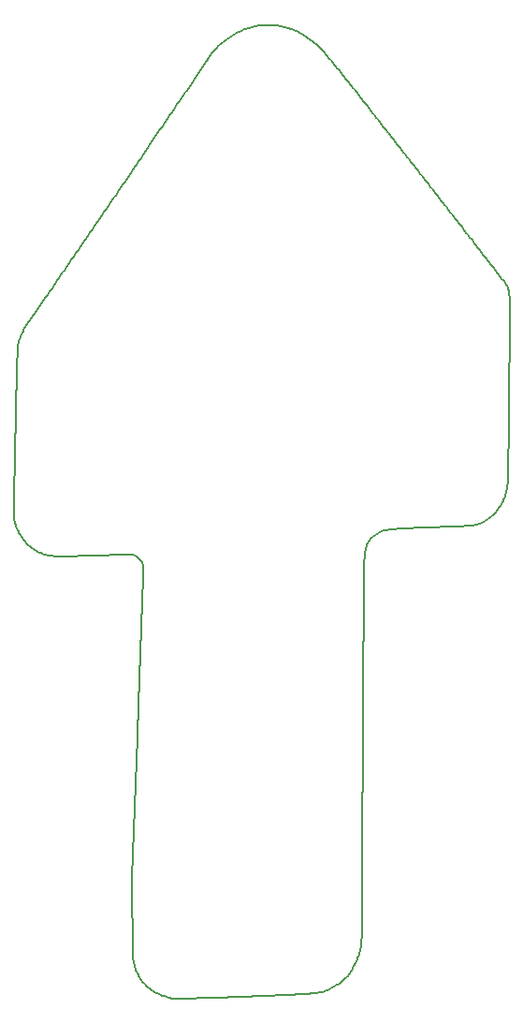
<source format=gbr>
G04 #@! TF.GenerationSoftware,KiCad,Pcbnew,5.1.4+dfsg1-1*
G04 #@! TF.CreationDate,2019-11-23T15:35:25-08:00*
G04 #@! TF.ProjectId,east-van-arrow,65617374-2d76-4616-9e2d-6172726f772e,rev?*
G04 #@! TF.SameCoordinates,Original*
G04 #@! TF.FileFunction,Profile,NP*
%FSLAX46Y46*%
G04 Gerber Fmt 4.6, Leading zero omitted, Abs format (unit mm)*
G04 Created by KiCad (PCBNEW 5.1.4+dfsg1-1) date 2019-11-23 15:35:25*
%MOMM*%
%LPD*%
G04 APERTURE LIST*
%ADD10C,0.200000*%
G04 APERTURE END LIST*
D10*
X33343233Y-109708409D02*
X33290000Y-102400000D01*
X54048996Y-107810354D02*
X54048996Y-101230354D01*
X33741244Y-89774166D02*
X33290000Y-102400000D01*
X67036241Y-48694948D02*
X67115276Y-48820968D01*
X67115276Y-48820968D02*
X67188146Y-48949470D01*
X67188146Y-48949470D02*
X67253338Y-49085378D01*
X67253338Y-49085378D02*
X67308627Y-49231173D01*
X67308627Y-49231173D02*
X67353325Y-49388553D01*
X67353325Y-49388553D02*
X67387760Y-49555840D01*
X67387760Y-49555840D02*
X67413469Y-49730445D01*
X67413469Y-49730445D02*
X67432566Y-49912695D01*
X67432566Y-49912695D02*
X67446581Y-50101759D01*
X67446581Y-50101759D02*
X67456644Y-50295600D01*
X67456644Y-50295600D02*
X67463585Y-50489470D01*
X67463585Y-50489470D02*
X67468341Y-50688611D01*
X67468341Y-50688611D02*
X67471355Y-50892296D01*
X67471355Y-50892296D02*
X67472951Y-51093708D01*
X67472951Y-51093708D02*
X67473499Y-51303175D01*
X67473499Y-51303175D02*
X67473184Y-51509230D01*
X67473184Y-51509230D02*
X67472206Y-51716804D01*
X67472206Y-51716804D02*
X67470739Y-51920420D01*
X67470739Y-51920420D02*
X67468769Y-52134883D01*
X67468769Y-52134883D02*
X67466532Y-52342790D01*
X67466532Y-52342790D02*
X67464153Y-52542013D01*
X67464153Y-52542013D02*
X67461480Y-52749730D01*
X67461480Y-52749730D02*
X67458534Y-52966164D01*
X67458534Y-52966164D02*
X67455484Y-53181089D01*
X67455484Y-53181089D02*
X67453333Y-53329013D01*
X60053482Y-70765528D02*
X59842754Y-70772754D01*
X59842754Y-70772754D02*
X59648056Y-70779566D01*
X59648056Y-70779566D02*
X59443150Y-70786903D01*
X59443150Y-70786903D02*
X59245891Y-70794151D01*
X59245891Y-70794151D02*
X59040623Y-70801928D01*
X59040623Y-70801928D02*
X58843903Y-70809644D01*
X58843903Y-70809644D02*
X58641354Y-70817912D01*
X58641354Y-70817912D02*
X58448188Y-70826161D01*
X58448188Y-70826161D02*
X58251316Y-70835008D01*
X58251316Y-70835008D02*
X58055476Y-70844343D01*
X58055476Y-70844343D02*
X57864679Y-70854062D01*
X57864679Y-70854062D02*
X57674181Y-70864523D01*
X57674181Y-70864523D02*
X57480583Y-70876117D01*
X57480583Y-70876117D02*
X57288810Y-70888812D01*
X57288810Y-70888812D02*
X57102420Y-70902627D01*
X57102420Y-70902627D02*
X56917000Y-70918254D01*
X56917000Y-70918254D02*
X56734094Y-70936117D01*
X56734094Y-70936117D02*
X56553158Y-70957041D01*
X56553158Y-70957041D02*
X56375189Y-70982040D01*
X56375189Y-70982040D02*
X56204516Y-71011920D01*
X56204516Y-71011920D02*
X56040221Y-71048685D01*
X56040221Y-71048685D02*
X55885186Y-71093894D01*
X55885186Y-71093894D02*
X55739545Y-71149341D01*
X55739545Y-71149341D02*
X55664623Y-71183803D01*
X34277944Y-75128282D02*
X34286977Y-74933851D01*
X34286977Y-74933851D02*
X34295218Y-74739048D01*
X34295218Y-74739048D02*
X34301135Y-74541689D01*
X34301135Y-74541689D02*
X34300033Y-74342502D01*
X34300033Y-74342502D02*
X34280164Y-74161390D01*
X34280164Y-74161390D02*
X34228334Y-74012809D01*
X34228334Y-74012809D02*
X34153208Y-73886060D01*
X34153208Y-73886060D02*
X34128517Y-73848519D01*
X33862046Y-86733862D02*
X33865912Y-86537432D01*
X33865912Y-86537432D02*
X33871561Y-86337945D01*
X33871561Y-86337945D02*
X33877465Y-86143497D01*
X33877465Y-86143497D02*
X33883951Y-85937278D01*
X33883951Y-85937278D02*
X33891116Y-85714751D01*
X33891116Y-85714751D02*
X33897800Y-85510565D01*
X33897800Y-85510565D02*
X33904696Y-85302390D01*
X33904696Y-85302390D02*
X33911321Y-85104249D01*
X33911321Y-85104249D02*
X33917925Y-84908289D01*
X33917925Y-84908289D02*
X33926098Y-84667405D01*
X33926098Y-84667405D02*
X33932934Y-84467169D01*
X33932934Y-84467169D02*
X33940019Y-84260682D01*
X33940019Y-84260682D02*
X33947338Y-84048348D01*
X33947338Y-84048348D02*
X33954876Y-83830575D01*
X33954876Y-83830575D02*
X33962618Y-83607768D01*
X33962618Y-83607768D02*
X33970553Y-83380335D01*
X33970553Y-83380335D02*
X33978662Y-83148681D01*
X33978662Y-83148681D02*
X33986932Y-82913213D01*
X33986932Y-82913213D02*
X33995348Y-82674336D01*
X33995348Y-82674336D02*
X34003359Y-82447652D01*
X34003359Y-82447652D02*
X34010930Y-82234001D01*
X34010930Y-82234001D02*
X34019131Y-82003176D01*
X34019131Y-82003176D02*
X34027968Y-81755143D01*
X34027968Y-81755143D02*
X34035206Y-81552506D01*
X34035206Y-81552506D02*
X34043611Y-81317775D01*
X34043611Y-81317775D02*
X34052624Y-81066656D01*
X34052624Y-81066656D02*
X34061677Y-80815178D01*
X34061677Y-80815178D02*
X34070184Y-80579454D01*
X34070184Y-80579454D02*
X34077564Y-80375452D01*
X34077564Y-80375452D02*
X34086642Y-80125081D01*
X34086642Y-80125081D02*
X34095704Y-79875878D01*
X34095704Y-79875878D02*
X34104734Y-79628244D01*
X34104734Y-79628244D02*
X34113719Y-79382590D01*
X34113719Y-79382590D02*
X34122641Y-79139319D01*
X34122641Y-79139319D02*
X34129835Y-78943702D01*
X34129835Y-78943702D02*
X34138065Y-78720553D01*
X34138065Y-78720553D02*
X34146745Y-78485934D01*
X34146745Y-78485934D02*
X34155309Y-78255224D01*
X34155309Y-78255224D02*
X34163219Y-78042853D01*
X34163219Y-78042853D02*
X34171519Y-77820872D01*
X34171519Y-77820872D02*
X34179660Y-77603994D01*
X34179660Y-77603994D02*
X34188119Y-77379595D01*
X34188119Y-77379595D02*
X34196365Y-77161924D01*
X34196365Y-77161924D02*
X34205310Y-76927155D01*
X34205310Y-76927155D02*
X34214388Y-76690500D01*
X34214388Y-76690500D02*
X34222664Y-76476334D01*
X34222664Y-76476334D02*
X34231390Y-76252495D01*
X34231390Y-76252495D02*
X34239643Y-76043124D01*
X34239643Y-76043124D02*
X34248095Y-75831423D01*
X34248095Y-75831423D02*
X34256055Y-75635439D01*
X34256055Y-75635439D02*
X34264302Y-75437205D01*
X34264302Y-75437205D02*
X34272856Y-75239469D01*
X34272856Y-75239469D02*
X34277944Y-75128282D01*
X34128517Y-73848519D02*
X34041480Y-73733234D01*
X34041480Y-73733234D02*
X33946618Y-73628057D01*
X33946618Y-73628057D02*
X33844067Y-73528655D01*
X33844067Y-73528655D02*
X33734526Y-73436821D01*
X33734526Y-73436821D02*
X33649199Y-73377347D01*
X50113284Y-27236284D02*
X50214371Y-27337590D01*
X50214371Y-27337590D02*
X50310789Y-27443559D01*
X50310789Y-27443559D02*
X50405726Y-27551111D01*
X50405726Y-27551111D02*
X50501502Y-27661484D01*
X50501502Y-27661484D02*
X50594748Y-27770183D01*
X50594748Y-27770183D02*
X50688753Y-27880686D01*
X50688753Y-27880686D02*
X50781733Y-27990708D01*
X50781733Y-27990708D02*
X50874095Y-28100586D01*
X50874095Y-28100586D02*
X50966778Y-28211343D01*
X50966778Y-28211343D02*
X51065338Y-28329595D01*
X51065338Y-28329595D02*
X51158948Y-28442309D01*
X51158948Y-28442309D02*
X51255496Y-28558927D01*
X51255496Y-28558927D02*
X51354805Y-28679227D01*
X51354805Y-28679227D02*
X51447329Y-28791602D01*
X51447329Y-28791602D02*
X51541848Y-28906670D01*
X51541848Y-28906670D02*
X51638228Y-29024269D01*
X51638228Y-29024269D02*
X51736334Y-29144231D01*
X51736334Y-29144231D02*
X51836029Y-29266391D01*
X51836029Y-29266391D02*
X51927002Y-29378076D01*
X51927002Y-29378076D02*
X52019055Y-29491287D01*
X52019055Y-29491287D02*
X52112090Y-29605902D01*
X52112090Y-29605902D02*
X52206007Y-29721800D01*
X52206007Y-29721800D02*
X52300709Y-29838861D01*
X52300709Y-29838861D02*
X52396096Y-29956964D01*
X52396096Y-29956964D02*
X52492070Y-30075987D01*
X52492070Y-30075987D02*
X52588530Y-30195808D01*
X52588530Y-30195808D02*
X52685383Y-30316311D01*
X52685383Y-30316311D02*
X52782526Y-30437371D01*
X52782526Y-30437371D02*
X52879861Y-30558869D01*
X52879861Y-30558869D02*
X52977292Y-30680684D01*
X52977292Y-30680684D02*
X53076068Y-30804388D01*
X53076068Y-30804388D02*
X53172039Y-30924779D01*
X53172039Y-30924779D02*
X53269158Y-31046816D01*
X53269158Y-31046816D02*
X53365976Y-31168688D01*
X53365976Y-31168688D02*
X53462396Y-31290271D01*
X53462396Y-31290271D02*
X53555660Y-31408086D01*
X53555660Y-31408086D02*
X53645725Y-31522061D01*
X53645725Y-31522061D02*
X53735176Y-31635463D01*
X53735176Y-31635463D02*
X53831729Y-31758108D01*
X53831729Y-31758108D02*
X53924777Y-31876543D01*
X53924777Y-31876543D02*
X54016846Y-31993980D01*
X54016846Y-31993980D02*
X54107836Y-32110297D01*
X54107836Y-32110297D02*
X54197652Y-32225374D01*
X54197652Y-32225374D02*
X54286190Y-32339087D01*
X54286190Y-32339087D02*
X54375752Y-32454412D01*
X54375752Y-32454412D02*
X54466116Y-32571089D01*
X54466116Y-32571089D02*
X54473179Y-32580221D01*
X53419378Y-110285682D02*
X53352769Y-110419418D01*
X53352769Y-110419418D02*
X53280671Y-110554397D01*
X53280671Y-110554397D02*
X53207180Y-110682590D01*
X53207180Y-110682590D02*
X53126919Y-110812913D01*
X53126919Y-110812913D02*
X53047083Y-110933563D01*
X53047083Y-110933563D02*
X52962510Y-111052617D01*
X52962510Y-111052617D02*
X52871179Y-111172140D01*
X52871179Y-111172140D02*
X52778530Y-111284801D01*
X52778530Y-111284801D02*
X52677632Y-111398705D01*
X52677632Y-111398705D02*
X52578922Y-111502208D01*
X52578922Y-111502208D02*
X52477119Y-111601581D01*
X52477119Y-111601581D02*
X52369297Y-111699508D01*
X52369297Y-111699508D02*
X52260590Y-111791386D01*
X52260590Y-111791386D02*
X52148676Y-111879504D01*
X52148676Y-111879504D02*
X52032367Y-111964819D01*
X52032367Y-111964819D02*
X51912734Y-112046560D01*
X51912734Y-112046560D02*
X51790067Y-112124668D01*
X51790067Y-112124668D02*
X51663415Y-112199839D01*
X51663415Y-112199839D02*
X51532704Y-112272150D01*
X51532704Y-112272150D02*
X51400592Y-112340314D01*
X51400592Y-112340314D02*
X51380019Y-112350517D01*
X33649199Y-73377347D02*
X33521600Y-73304590D01*
X33521600Y-73304590D02*
X33370794Y-73254065D01*
X33370794Y-73254065D02*
X33191297Y-73231746D01*
X33191297Y-73231746D02*
X32997887Y-73224950D01*
X32997887Y-73224950D02*
X32794765Y-73225014D01*
X32794765Y-73225014D02*
X32597804Y-73228158D01*
X32597804Y-73228158D02*
X32401545Y-73232768D01*
X32401545Y-73232768D02*
X32202847Y-73238214D01*
X32202847Y-73238214D02*
X31996278Y-73244302D01*
X31996278Y-73244302D02*
X31794680Y-73250438D01*
X31794680Y-73250438D02*
X31739017Y-73252148D01*
X36847119Y-113317249D02*
X36686255Y-113277449D01*
X36686255Y-113277449D02*
X36529919Y-113233635D01*
X36529919Y-113233635D02*
X36375229Y-113188021D01*
X36375229Y-113188021D02*
X36217796Y-113139685D01*
X36217796Y-113139685D02*
X36154391Y-113119653D01*
X51380019Y-112350517D02*
X51241423Y-112419560D01*
X51241423Y-112419560D02*
X51107583Y-112486620D01*
X51107583Y-112486620D02*
X50971916Y-112552757D01*
X50971916Y-112552757D02*
X50833165Y-112615306D01*
X50833165Y-112615306D02*
X50688947Y-112671794D01*
X50688947Y-112671794D02*
X50535348Y-112721145D01*
X50535348Y-112721145D02*
X50374484Y-112762140D01*
X50374484Y-112762140D02*
X50206437Y-112795938D01*
X50206437Y-112795938D02*
X50033051Y-112823845D01*
X50033051Y-112823845D02*
X49856305Y-112847158D01*
X49856305Y-112847158D02*
X49669382Y-112867820D01*
X49669382Y-112867820D02*
X49483098Y-112885475D01*
X49483098Y-112885475D02*
X49295645Y-112901077D01*
X49295645Y-112901077D02*
X49108707Y-112915018D01*
X49108707Y-112915018D02*
X48916749Y-112928044D01*
X48916749Y-112928044D02*
X48724468Y-112940085D01*
X48724468Y-112940085D02*
X48533033Y-112951285D01*
X48533033Y-112951285D02*
X48338642Y-112962016D01*
X48338642Y-112962016D02*
X48137429Y-112972579D01*
X48137429Y-112972579D02*
X47935113Y-112982752D01*
X47935113Y-112982752D02*
X47732985Y-112992550D01*
X47732985Y-112992550D02*
X47526472Y-113002255D01*
X47526472Y-113002255D02*
X47328369Y-113011328D01*
X47328369Y-113011328D02*
X47134408Y-113020027D01*
X47134408Y-113020027D02*
X46925972Y-113029206D01*
X46925972Y-113029206D02*
X46708982Y-113038611D01*
X46708982Y-113038611D02*
X46504762Y-113047348D01*
X46504762Y-113047348D02*
X46308024Y-113055681D01*
X46308024Y-113055681D02*
X46104766Y-113064216D01*
X46104766Y-113064216D02*
X45902774Y-113072642D01*
X45902774Y-113072642D02*
X45694514Y-113081279D01*
X45694514Y-113081279D02*
X45471510Y-113090487D01*
X45471510Y-113090487D02*
X45267384Y-113098888D01*
X45267384Y-113098888D02*
X45057626Y-113107500D01*
X45057626Y-113107500D02*
X44805757Y-113117825D01*
X44805757Y-113117825D02*
X44508099Y-113130015D01*
X44508099Y-113130015D02*
X44238903Y-113141042D01*
X44238903Y-113141042D02*
X44041734Y-113149125D01*
X44041734Y-113149125D02*
X43840139Y-113157396D01*
X43840139Y-113157396D02*
X43613484Y-113166709D01*
X43613484Y-113166709D02*
X43466513Y-113172760D01*
X33577503Y-38107311D02*
X33671626Y-37967764D01*
X33671626Y-37967764D02*
X33765031Y-37829328D01*
X33765031Y-37829328D02*
X33866164Y-37679486D01*
X33866164Y-37679486D02*
X33958225Y-37543126D01*
X33958225Y-37543126D02*
X34066318Y-37383082D01*
X34066318Y-37383082D02*
X34157231Y-37248518D01*
X34157231Y-37248518D02*
X34255908Y-37102516D01*
X34255908Y-37102516D02*
X34337786Y-36981411D01*
X34337786Y-36981411D02*
X34427535Y-36848709D01*
X34427535Y-36848709D02*
X34516996Y-36716480D01*
X34516996Y-36716480D02*
X34598123Y-36596608D01*
X34598123Y-36596608D02*
X34687192Y-36465053D01*
X34687192Y-36465053D02*
X34784208Y-36321808D01*
X34784208Y-36321808D02*
X34881139Y-36178750D01*
X34881139Y-36178750D02*
X34969973Y-36047689D01*
X34969973Y-36047689D02*
X35066930Y-35904704D01*
X35066930Y-35904704D02*
X35151860Y-35779508D01*
X35151860Y-35779508D02*
X35245029Y-35642210D01*
X35245029Y-35642210D02*
X35326223Y-35522606D01*
X35326223Y-35522606D02*
X35407625Y-35402739D01*
X35407625Y-35402739D02*
X35489272Y-35282551D01*
X35489272Y-35282551D02*
X35575308Y-35155943D01*
X35575308Y-35155943D02*
X35669956Y-35016721D01*
X35669956Y-35016721D02*
X35752655Y-34895114D01*
X35752655Y-34895114D02*
X35835766Y-34772939D01*
X35835766Y-34772939D02*
X35927712Y-34637830D01*
X35927712Y-34637830D02*
X36028704Y-34489479D01*
X36028704Y-34489479D02*
X36121968Y-34352528D01*
X36121968Y-34352528D02*
X36207370Y-34227171D01*
X36207370Y-34227171D02*
X36293394Y-34100930D01*
X36293394Y-34100930D02*
X36380087Y-33973750D01*
X36380087Y-33973750D02*
X36476265Y-33832703D01*
X36476265Y-33832703D02*
X36582225Y-33677358D01*
X36582225Y-33677358D02*
X36680366Y-33533522D01*
X36680366Y-33533522D02*
X36788591Y-33374963D01*
X36788591Y-33374963D02*
X36870589Y-33254858D01*
X36870589Y-33254858D02*
X36981097Y-33093038D01*
X36981097Y-33093038D02*
X37064899Y-32970359D01*
X37064899Y-32970359D02*
X37168423Y-32818843D01*
X37168423Y-32818843D02*
X37254079Y-32693509D01*
X37254079Y-32693509D02*
X37359958Y-32538624D01*
X37359958Y-32538624D02*
X37477030Y-32367404D01*
X37477030Y-32367404D02*
X37560987Y-32244642D01*
X37560987Y-32244642D02*
X37650830Y-32113297D01*
X37650830Y-32113297D02*
X37746762Y-31973081D01*
X37746762Y-31973081D02*
X37838710Y-31838711D01*
X37838710Y-31838711D02*
X37931740Y-31702780D01*
X37931740Y-31702780D02*
X38015352Y-31580633D01*
X38015352Y-31580633D02*
X38025869Y-31565273D01*
X36154391Y-113119653D02*
X35998805Y-113067047D01*
X35998805Y-113067047D02*
X35847193Y-113009728D01*
X35847193Y-113009728D02*
X35704837Y-112950047D01*
X35704837Y-112950047D02*
X35567761Y-112886792D01*
X35567761Y-112886792D02*
X35433867Y-112819084D01*
X35433867Y-112819084D02*
X35304193Y-112747464D01*
X35304193Y-112747464D02*
X35176844Y-112670830D01*
X35176844Y-112670830D02*
X35054705Y-112590939D01*
X35054705Y-112590939D02*
X34937671Y-112507952D01*
X34937671Y-112507952D02*
X34824360Y-112421021D01*
X34824360Y-112421021D02*
X34713973Y-112329462D01*
X34713973Y-112329462D02*
X34608208Y-112234698D01*
X34608208Y-112234698D02*
X34505474Y-112135305D01*
X34505474Y-112135305D02*
X34403670Y-112028823D01*
X34403670Y-112028823D02*
X34309544Y-111922403D01*
X34309544Y-111922403D02*
X34215567Y-111807486D01*
X34215567Y-111807486D02*
X34127433Y-111690735D01*
X34127433Y-111690735D02*
X34042787Y-111569189D01*
X34042787Y-111569189D02*
X33963788Y-111446106D01*
X33963788Y-111446106D02*
X33888850Y-111319288D01*
X33888850Y-111319288D02*
X33817999Y-111188773D01*
X33817999Y-111188773D02*
X33751259Y-111054590D01*
X33751259Y-111054590D02*
X33688659Y-110916770D01*
X33688659Y-110916770D02*
X33630003Y-110774795D01*
X33630003Y-110774795D02*
X33574386Y-110625880D01*
X33574386Y-110625880D02*
X33523027Y-110472656D01*
X33523027Y-110472656D02*
X33475022Y-110311616D01*
X33475022Y-110311616D02*
X33433249Y-110152662D01*
X33433249Y-110152662D02*
X33395540Y-109988294D01*
X33395540Y-109988294D02*
X33361057Y-109812800D01*
X33361057Y-109812800D02*
X33343233Y-109708409D01*
X24026542Y-52020526D02*
X24111008Y-51904959D01*
X24111008Y-51904959D02*
X24197499Y-51782734D01*
X24197499Y-51782734D02*
X24280601Y-51664370D01*
X24280601Y-51664370D02*
X24366471Y-51541553D01*
X24366471Y-51541553D02*
X24449642Y-51422281D01*
X24449642Y-51422281D02*
X24537808Y-51295596D01*
X24537808Y-51295596D02*
X24623661Y-51172051D01*
X24623661Y-51172051D02*
X24715216Y-51040138D01*
X24715216Y-51040138D02*
X24798088Y-50920618D01*
X24798088Y-50920618D02*
X24884894Y-50795325D01*
X24884894Y-50795325D02*
X24971667Y-50669987D01*
X24971667Y-50669987D02*
X25053862Y-50551195D01*
X25053862Y-50551195D02*
X25151169Y-50410477D01*
X25151169Y-50410477D02*
X25234922Y-50289299D01*
X25234922Y-50289299D02*
X25321025Y-50164673D01*
X25321025Y-50164673D02*
X25418353Y-50023731D01*
X25418353Y-50023731D02*
X25518372Y-49878835D01*
X25518372Y-49878835D02*
X25606821Y-49750655D01*
X25606821Y-49750655D02*
X25706740Y-49605803D01*
X25706740Y-49605803D02*
X25803945Y-49464841D01*
X25803945Y-49464841D02*
X25913081Y-49306529D01*
X25913081Y-49306529D02*
X26024470Y-49144894D01*
X26024470Y-49144894D02*
X26117189Y-49010316D01*
X26117189Y-49010316D02*
X26211312Y-48873668D01*
X26211312Y-48873668D02*
X26317448Y-48719544D01*
X26317448Y-48719544D02*
X26414317Y-48578846D01*
X26414317Y-48578846D02*
X26501464Y-48452242D01*
X26501464Y-48452242D02*
X26584024Y-48332280D01*
X26584024Y-48332280D02*
X26667369Y-48211161D01*
X26667369Y-48211161D02*
X26757114Y-48080714D01*
X26757114Y-48080714D02*
X26847695Y-47949031D01*
X26847695Y-47949031D02*
X26939078Y-47816162D01*
X26939078Y-47816162D02*
X27031226Y-47682156D01*
X27031226Y-47682156D02*
X27124106Y-47547068D01*
X27124106Y-47547068D02*
X27211814Y-47419481D01*
X27211814Y-47419481D02*
X27323738Y-47256646D01*
X27323738Y-47256646D02*
X27406780Y-47135807D01*
X27406780Y-47135807D02*
X27514200Y-46979476D01*
X27514200Y-46979476D02*
X27598239Y-46857149D01*
X27598239Y-46857149D02*
X27694769Y-46716628D01*
X27694769Y-46716628D02*
X27791782Y-46575380D01*
X27791782Y-46575380D02*
X27901456Y-46415677D01*
X27901456Y-46415677D02*
X27999386Y-46273055D01*
X27999386Y-46273055D02*
X28097692Y-46129867D01*
X28097692Y-46129867D02*
X28196336Y-45986161D01*
X28196336Y-45986161D02*
X28295287Y-45841991D01*
X28295287Y-45841991D02*
X28394508Y-45697407D01*
X28394508Y-45697407D02*
X28481523Y-45570595D01*
X28481523Y-45570595D02*
X28593621Y-45407205D01*
X28593621Y-45407205D02*
X28687202Y-45270786D01*
X28687202Y-45270786D02*
X28793396Y-45115962D01*
X28793396Y-45115962D02*
X28880935Y-44988318D01*
X28880935Y-44988318D02*
X28981036Y-44842339D01*
X28981036Y-44842339D02*
X29088988Y-44684884D01*
X29088988Y-44684884D02*
X29181292Y-44550242D01*
X29181292Y-44550242D02*
X29281378Y-44404228D01*
X29281378Y-44404228D02*
X29393881Y-44240074D01*
X29393881Y-44240074D02*
X29481283Y-44112526D01*
X29481283Y-44112526D02*
X29581035Y-43966938D01*
X29581035Y-43966938D02*
X29693040Y-43803448D01*
X29693040Y-43803448D02*
X29792364Y-43658441D01*
X29792364Y-43658441D02*
X29891433Y-43513786D01*
X29891433Y-43513786D02*
X29977879Y-43387547D01*
X29977879Y-43387547D02*
X30076374Y-43243693D01*
X30076374Y-43243693D02*
X30174511Y-43100339D01*
X30174511Y-43100339D02*
X30284451Y-42939723D01*
X30284451Y-42939723D02*
X30369578Y-42815336D01*
X30369578Y-42815336D02*
X30478514Y-42656138D01*
X30478514Y-42656138D02*
X30562799Y-42532944D01*
X30562799Y-42532944D02*
X30670572Y-42375395D01*
X30670572Y-42375395D02*
X30753890Y-42253574D01*
X30753890Y-42253574D02*
X30860345Y-42097904D01*
X30860345Y-42097904D02*
X30942574Y-41977636D01*
X30942574Y-41977636D02*
X31035925Y-41841080D01*
X31035925Y-41841080D02*
X31140104Y-41688659D01*
X31140104Y-41688659D02*
X31224756Y-41564779D01*
X31224756Y-41564779D02*
X31322935Y-41421086D01*
X31322935Y-41421086D02*
X31424351Y-41272617D01*
X31424351Y-41272617D02*
X31508042Y-41150072D01*
X31508042Y-41150072D02*
X31601951Y-41012541D01*
X31601951Y-41012541D02*
X31689379Y-40884471D01*
X31689379Y-40884471D02*
X31775845Y-40757785D01*
X31775845Y-40757785D02*
X31893109Y-40585928D01*
X31893109Y-40585928D02*
X31987573Y-40447447D01*
X31987573Y-40447447D02*
X32070396Y-40325996D01*
X32070396Y-40325996D02*
X32152100Y-40206158D01*
X32152100Y-40206158D02*
X32252604Y-40058704D01*
X32252604Y-40058704D02*
X32351234Y-39913948D01*
X32351234Y-39913948D02*
X32447923Y-39771989D01*
X32447923Y-39771989D02*
X32542603Y-39632929D01*
X32542603Y-39632929D02*
X32635204Y-39496861D01*
X32635204Y-39496861D02*
X32725658Y-39363893D01*
X32725658Y-39363893D02*
X32813897Y-39234121D01*
X32813897Y-39234121D02*
X32895608Y-39113893D01*
X32895608Y-39113893D02*
X32979331Y-38990641D01*
X32979331Y-38990641D02*
X33064640Y-38864981D01*
X33064640Y-38864981D02*
X33158768Y-38726236D01*
X33158768Y-38726236D02*
X33245496Y-38598295D01*
X33245496Y-38598295D02*
X33335795Y-38464969D01*
X33335795Y-38464969D02*
X33421814Y-38337832D01*
X33421814Y-38337832D02*
X33509763Y-38207680D01*
X33509763Y-38207680D02*
X33577503Y-38107311D01*
X31739017Y-73252148D02*
X31539186Y-73258274D01*
X31539186Y-73258274D02*
X31316584Y-73265072D01*
X31316584Y-73265072D02*
X31113403Y-73271247D01*
X31113403Y-73271247D02*
X30902440Y-73277624D01*
X30902440Y-73277624D02*
X30697347Y-73283783D01*
X30697347Y-73283783D02*
X30498031Y-73289726D01*
X30498031Y-73289726D02*
X30280587Y-73296153D01*
X30280587Y-73296153D02*
X30058707Y-73302643D01*
X30058707Y-73302643D02*
X29844553Y-73308824D01*
X29844553Y-73308824D02*
X29643285Y-73314553D01*
X29643285Y-73314553D02*
X29438722Y-73320280D01*
X29438722Y-73320280D02*
X29236834Y-73325824D01*
X29236834Y-73325824D02*
X29038027Y-73331157D01*
X29038027Y-73331157D02*
X28838150Y-73336375D01*
X28838150Y-73336375D02*
X28638198Y-73341422D01*
X28638198Y-73341422D02*
X28439140Y-73346243D01*
X28439140Y-73346243D02*
X28230206Y-73351046D01*
X28230206Y-73351046D02*
X28032749Y-73355287D01*
X28032749Y-73355287D02*
X27832482Y-73359231D01*
X27832482Y-73359231D02*
X27631595Y-73362741D01*
X27631595Y-73362741D02*
X27432240Y-73365670D01*
X27432240Y-73365670D02*
X27225466Y-73367964D01*
X27225466Y-73367964D02*
X27026171Y-73369239D01*
X27026171Y-73369239D02*
X26825946Y-73369275D01*
X26825946Y-73369275D02*
X26625631Y-73367594D01*
X26625631Y-73367594D02*
X26428482Y-73363526D01*
X26428482Y-73363526D02*
X26234728Y-73356017D01*
X26234728Y-73356017D02*
X26045727Y-73343400D01*
X26045727Y-73343400D02*
X25862564Y-73323026D01*
X25862564Y-73323026D02*
X25691504Y-73292690D01*
X25691504Y-73292690D02*
X25609543Y-73273369D01*
X23049294Y-71257968D02*
X22981955Y-71120747D01*
X22981955Y-71120747D02*
X22916962Y-70981376D01*
X22916962Y-70981376D02*
X22855585Y-70840584D01*
X22855585Y-70840584D02*
X22797532Y-70695125D01*
X22797532Y-70695125D02*
X22744848Y-70547225D01*
X22744848Y-70547225D02*
X22697219Y-70392792D01*
X22697219Y-70392792D02*
X22656238Y-70233665D01*
X22656238Y-70233665D02*
X22621799Y-70066764D01*
X22621799Y-70066764D02*
X22593653Y-69887020D01*
X22593653Y-69887020D02*
X22573438Y-69706111D01*
X22573438Y-69706111D02*
X22559616Y-69519137D01*
X22559616Y-69519137D02*
X22551363Y-69325303D01*
X22551363Y-69325303D02*
X22547880Y-69124660D01*
X22547880Y-69124660D02*
X22548340Y-68923160D01*
X22548340Y-68923160D02*
X22551711Y-68725012D01*
X22551711Y-68725012D02*
X22557176Y-68529466D01*
X22557176Y-68529466D02*
X22561010Y-68418716D01*
X22561010Y-68418716D02*
X22568124Y-68220965D01*
X22568124Y-68220965D02*
X22574944Y-68023905D01*
X22574944Y-68023905D02*
X22581548Y-67824846D01*
X22581548Y-67824846D02*
X22588005Y-67621434D01*
X22588005Y-67621434D02*
X22593968Y-67425400D01*
X22593968Y-67425400D02*
X22600022Y-67218124D01*
X22600022Y-67218124D02*
X22605506Y-67023373D01*
X22605506Y-67023373D02*
X22610842Y-66827704D01*
X22610842Y-66827704D02*
X22616189Y-66625956D01*
X22616189Y-66625956D02*
X22621559Y-66417998D01*
X22621559Y-66417998D02*
X22626798Y-66210349D01*
X22626798Y-66210349D02*
X22632063Y-65997424D01*
X22632063Y-65997424D02*
X22636834Y-65801157D01*
X22636834Y-65801157D02*
X22641769Y-65595050D01*
X22641769Y-65595050D02*
X22646885Y-65378582D01*
X22646885Y-65378582D02*
X22652192Y-65151233D01*
X22652192Y-65151233D02*
X22656903Y-64947305D01*
X22656903Y-64947305D02*
X22662183Y-64716578D01*
X22662183Y-64716578D02*
X22667232Y-64494143D01*
X22667232Y-64494143D02*
X22672015Y-64281969D01*
X22672015Y-64281969D02*
X22676493Y-64082053D01*
X22676493Y-64082053D02*
X22680870Y-63885716D01*
X22680870Y-63885716D02*
X22685609Y-63672132D01*
X22685609Y-63672132D02*
X22690735Y-63440025D01*
X22690735Y-63440025D02*
X22695255Y-63234544D01*
X22695255Y-63234544D02*
X22699897Y-63022780D01*
X22699897Y-63022780D02*
X22705738Y-62755417D01*
X22705738Y-62755417D02*
X22710106Y-62554846D01*
X22710106Y-62554846D02*
X22714578Y-62349031D01*
X22714578Y-62349031D02*
X22719157Y-62137876D01*
X22719157Y-62137876D02*
X22723843Y-61921282D01*
X22723843Y-61921282D02*
X22728639Y-61699154D01*
X22728639Y-61699154D02*
X22733549Y-61471392D01*
X22733549Y-61471392D02*
X22738575Y-61237901D01*
X22738575Y-61237901D02*
X22743718Y-60998583D01*
X22743718Y-60998583D02*
X22748982Y-60753341D01*
X22748982Y-60753341D02*
X22754368Y-60502078D01*
X22754368Y-60502078D02*
X22759879Y-60244696D01*
X22759879Y-60244696D02*
X22761279Y-60179319D01*
X25609543Y-73273369D02*
X25450372Y-73230065D01*
X25450372Y-73230065D02*
X25296496Y-73182565D01*
X25296496Y-73182565D02*
X25147426Y-73130832D01*
X25147426Y-73130832D02*
X25002703Y-73074781D01*
X25002703Y-73074781D02*
X24862676Y-73014623D01*
X24862676Y-73014623D02*
X24725815Y-72949698D01*
X24725815Y-72949698D02*
X24592183Y-72879938D01*
X24592183Y-72879938D02*
X24463236Y-72806100D01*
X24463236Y-72806100D02*
X24339922Y-72728924D01*
X24339922Y-72728924D02*
X24217855Y-72645574D01*
X24217855Y-72645574D02*
X24102642Y-72559913D01*
X24102642Y-72559913D02*
X23991869Y-72470473D01*
X23991869Y-72470473D02*
X23885181Y-72377061D01*
X23885181Y-72377061D02*
X23780009Y-72277202D01*
X23780009Y-72277202D02*
X23680140Y-72174396D01*
X23680140Y-72174396D02*
X23582030Y-72064884D01*
X23582030Y-72064884D02*
X23489941Y-71953429D01*
X23489941Y-71953429D02*
X23401701Y-71837696D01*
X23401701Y-71837696D02*
X23317085Y-71717352D01*
X23317085Y-71717352D02*
X23236786Y-71593418D01*
X23236786Y-71593418D02*
X23157211Y-71459788D01*
X23157211Y-71459788D02*
X23084160Y-71326062D01*
X23084160Y-71326062D02*
X23049294Y-71257968D01*
X64479241Y-70489644D02*
X64321635Y-70532538D01*
X64321635Y-70532538D02*
X64153948Y-70566444D01*
X64153948Y-70566444D02*
X63974209Y-70591177D01*
X63974209Y-70591177D02*
X63790368Y-70609246D01*
X63790368Y-70609246D02*
X63600093Y-70623717D01*
X63600093Y-70623717D02*
X63410624Y-70635628D01*
X63410624Y-70635628D02*
X63215261Y-70646288D01*
X63215261Y-70646288D02*
X63020744Y-70655824D01*
X63020744Y-70655824D02*
X62829147Y-70664488D01*
X62829147Y-70664488D02*
X62629520Y-70672968D01*
X62629520Y-70672968D02*
X62429839Y-70681039D01*
X62429839Y-70681039D02*
X62226936Y-70688929D01*
X62226936Y-70688929D02*
X62022907Y-70696621D01*
X62022907Y-70696621D02*
X61819919Y-70704091D01*
X61819919Y-70704091D02*
X61612259Y-70711585D01*
X61612259Y-70711585D02*
X61417499Y-70718511D01*
X61417499Y-70718511D02*
X61221585Y-70725396D01*
X61221585Y-70725396D02*
X61025479Y-70732225D01*
X61025479Y-70732225D02*
X60811111Y-70739634D01*
X60811111Y-70739634D02*
X60616724Y-70746312D01*
X60616724Y-70746312D02*
X60414748Y-70753222D01*
X60414748Y-70753222D02*
X60183646Y-70761099D01*
X60183646Y-70761099D02*
X60053482Y-70765528D01*
X56415583Y-35058303D02*
X56518242Y-35188899D01*
X56518242Y-35188899D02*
X56615681Y-35312879D01*
X56615681Y-35312879D02*
X56713882Y-35437858D01*
X56713882Y-35437858D02*
X56831452Y-35587522D01*
X56831452Y-35587522D02*
X56931244Y-35714582D01*
X56931244Y-35714582D02*
X57038035Y-35850582D01*
X57038035Y-35850582D02*
X57145567Y-35987554D01*
X57145567Y-35987554D02*
X57234661Y-36101061D01*
X57234661Y-36101061D02*
X57324236Y-36215199D01*
X57324236Y-36215199D02*
X57427161Y-36346369D01*
X57427161Y-36346369D02*
X57543628Y-36494829D01*
X57543628Y-36494829D02*
X57634703Y-36610938D01*
X57634703Y-36610938D02*
X57752374Y-36760983D01*
X57752374Y-36760983D02*
X57844342Y-36878271D01*
X57844342Y-36878271D02*
X57949887Y-37012898D01*
X57949887Y-37012898D02*
X58055885Y-37148123D01*
X58055885Y-37148123D02*
X58162312Y-37283916D01*
X58162312Y-37283916D02*
X58282520Y-37437321D01*
X58282520Y-37437321D02*
X58376354Y-37557084D01*
X58376354Y-37557084D02*
X58497390Y-37711592D01*
X58497390Y-37711592D02*
X58605332Y-37849405D01*
X58605332Y-37849405D02*
X58713579Y-37987629D01*
X58713579Y-37987629D02*
X58808531Y-38108890D01*
X58808531Y-38108890D02*
X58930897Y-38265187D01*
X58930897Y-38265187D02*
X59039919Y-38404458D01*
X59039919Y-38404458D02*
X59149150Y-38544019D01*
X59149150Y-38544019D02*
X59258568Y-38683837D01*
X59258568Y-38683837D02*
X59368148Y-38823881D01*
X59368148Y-38823881D02*
X59477867Y-38964120D01*
X59477867Y-38964120D02*
X59567101Y-39078189D01*
X59567101Y-39078189D02*
X59656396Y-39192349D01*
X59656396Y-39192349D02*
X59766364Y-39332957D01*
X59766364Y-39332957D02*
X59876384Y-39473647D01*
X59876384Y-39473647D02*
X59986430Y-39614392D01*
X59986430Y-39614392D02*
X60082725Y-39737564D01*
X60082725Y-39737564D02*
X60192760Y-39878327D01*
X60192760Y-39878327D02*
X60302754Y-40019055D01*
X60302754Y-40019055D02*
X60398945Y-40142137D01*
X60398945Y-40142137D02*
X60488208Y-40256367D01*
X60488208Y-40256367D02*
X60591116Y-40388075D01*
X60591116Y-40388075D02*
X60693912Y-40519653D01*
X60693912Y-40519653D02*
X60796577Y-40651079D01*
X60796577Y-40651079D02*
X60905917Y-40791067D01*
X60905917Y-40791067D02*
X61015061Y-40930821D01*
X61015061Y-40930821D02*
X61110380Y-41052887D01*
X61110380Y-41052887D02*
X61232662Y-41209503D01*
X61232662Y-41209503D02*
X61341073Y-41348369D01*
X61341073Y-41348369D02*
X61435691Y-41469582D01*
X61435691Y-41469582D02*
X61543533Y-41607754D01*
X61543533Y-41607754D02*
X61664454Y-41762702D01*
X61664454Y-41762702D02*
X61771551Y-41899955D01*
X61771551Y-41899955D02*
X61878259Y-42036728D01*
X61878259Y-42036728D02*
X61984557Y-42172989D01*
X61984557Y-42172989D02*
X62077207Y-42291769D01*
X62077207Y-42291769D02*
X62195820Y-42443857D01*
X62195820Y-42443857D02*
X62287646Y-42561613D01*
X62287646Y-42561613D02*
X62392123Y-42695605D01*
X62392123Y-42695605D02*
X62509026Y-42845559D01*
X62509026Y-42845559D02*
X62599461Y-42961575D01*
X62599461Y-42961575D02*
X62715093Y-43109936D01*
X62715093Y-43109936D02*
X62804495Y-43224657D01*
X62804495Y-43224657D02*
X62906087Y-43355037D01*
X62906087Y-43355037D02*
X63019607Y-43500748D01*
X63019607Y-43500748D02*
X63119794Y-43629362D01*
X63119794Y-43629362D02*
X63219282Y-43757098D01*
X63219282Y-43757098D02*
X63330333Y-43899702D01*
X63330333Y-43899702D02*
X63428255Y-44025464D01*
X63428255Y-44025464D02*
X63525402Y-44150252D01*
X63525402Y-44150252D02*
X63639725Y-44297124D01*
X63639725Y-44297124D02*
X63752894Y-44442540D01*
X63752894Y-44442540D02*
X63858980Y-44578880D01*
X63858980Y-44578880D02*
X63952351Y-44698897D01*
X63952351Y-44698897D02*
X64044813Y-44817769D01*
X64044813Y-44817769D02*
X64136348Y-44935466D01*
X64136348Y-44935466D02*
X64249422Y-45080887D01*
X64249422Y-45080887D02*
X64338779Y-45195827D01*
X64338779Y-45195827D02*
X64427126Y-45309492D01*
X64427126Y-45309492D02*
X64536108Y-45449734D01*
X64536108Y-45449734D02*
X64643434Y-45587874D01*
X64643434Y-45587874D02*
X64749054Y-45723855D01*
X64749054Y-45723855D02*
X64852923Y-45857614D01*
X64852923Y-45857614D02*
X64944878Y-45976061D01*
X64944878Y-45976061D02*
X65035324Y-46092594D01*
X65035324Y-46092594D02*
X65134039Y-46219817D01*
X65134039Y-46219817D02*
X65245174Y-46363090D01*
X65245174Y-46363090D02*
X65339685Y-46484974D01*
X65339685Y-46484974D02*
X65436740Y-46610181D01*
X65436740Y-46610181D02*
X65527040Y-46726718D01*
X65527040Y-46726718D02*
X65615216Y-46840554D01*
X65615216Y-46840554D02*
X65705458Y-46957104D01*
X65705458Y-46957104D02*
X65801490Y-47081190D01*
X65801490Y-47081190D02*
X65898487Y-47206587D01*
X65898487Y-47206587D02*
X65992125Y-47327714D01*
X65992125Y-47327714D02*
X66082326Y-47444468D01*
X66082326Y-47444468D02*
X66183109Y-47575016D01*
X66183109Y-47575016D02*
X66278976Y-47699307D01*
X66278976Y-47699307D02*
X66369799Y-47817175D01*
X66369799Y-47817175D02*
X66467253Y-47943808D01*
X66467253Y-47943808D02*
X66557760Y-48061591D01*
X66557760Y-48061591D02*
X66648565Y-48179989D01*
X66648565Y-48179989D02*
X66741567Y-48301571D01*
X66741567Y-48301571D02*
X66830162Y-48417841D01*
X66830162Y-48417841D02*
X66918552Y-48534607D01*
X66918552Y-48534607D02*
X67004889Y-48650555D01*
X67004889Y-48650555D02*
X67036241Y-48694948D01*
X33741244Y-89774166D02*
X33749858Y-89570821D01*
X33749858Y-89570821D02*
X33759069Y-89352361D01*
X33759069Y-89352361D02*
X33768056Y-89138056D01*
X33768056Y-89138056D02*
X33776797Y-88928559D01*
X33776797Y-88928559D02*
X33786644Y-88691103D01*
X33786644Y-88691103D02*
X33794755Y-88494284D01*
X33794755Y-88494284D02*
X33803799Y-88273418D01*
X33803799Y-88273418D02*
X33812349Y-88062980D01*
X33812349Y-88062980D02*
X33820367Y-87864011D01*
X33820367Y-87864011D02*
X33828064Y-87671151D01*
X33828064Y-87671151D02*
X33835671Y-87478218D01*
X33835671Y-87478218D02*
X33843233Y-87283254D01*
X33843233Y-87283254D02*
X33850996Y-87077761D01*
X33850996Y-87077761D02*
X33857959Y-86882967D01*
X33857959Y-86882967D02*
X33862046Y-86733862D01*
X55664623Y-71183803D02*
X55531547Y-71253420D01*
X55531547Y-71253420D02*
X55405950Y-71328545D01*
X55405950Y-71328545D02*
X55284982Y-71410976D01*
X55284982Y-71410976D02*
X55171963Y-71498501D01*
X55171963Y-71498501D02*
X55053473Y-71603306D01*
X55053473Y-71603306D02*
X54942801Y-71715931D01*
X54942801Y-71715931D02*
X54849988Y-71823984D01*
X54849988Y-71823984D02*
X54760130Y-71943469D01*
X54760130Y-71943469D02*
X54678856Y-72067602D01*
X54678856Y-72067602D02*
X54606130Y-72195573D01*
X54606130Y-72195573D02*
X54539335Y-72331951D01*
X54539335Y-72331951D02*
X54480006Y-72474021D01*
X54480006Y-72474021D02*
X54427087Y-72624802D01*
X54427087Y-72624802D02*
X54382128Y-72780144D01*
X54382128Y-72780144D02*
X54344026Y-72944100D01*
X54344026Y-72944100D02*
X54334032Y-72994770D01*
X54334032Y-72994770D02*
X54317988Y-73178931D01*
X54317988Y-73178931D02*
X54308867Y-73374391D01*
X54308867Y-73374391D02*
X54301793Y-73572993D01*
X54301793Y-73572993D02*
X54295932Y-73769723D01*
X54295932Y-73769723D02*
X54290699Y-73970898D01*
X54290699Y-73970898D02*
X54286125Y-74167037D01*
X54286125Y-74167037D02*
X54281779Y-74371770D01*
X54281779Y-74371770D02*
X54277866Y-74571742D01*
X54277866Y-74571742D02*
X54274228Y-74771405D01*
X54274228Y-74771405D02*
X54270766Y-74974366D01*
X54270766Y-74974366D02*
X54267440Y-75181416D01*
X54267440Y-75181416D02*
X54264375Y-75383134D01*
X54264375Y-75383134D02*
X54261503Y-75582057D01*
X54261503Y-75582057D02*
X54258699Y-75786035D01*
X54258699Y-75786035D02*
X54256094Y-75984173D01*
X54256094Y-75984173D02*
X54253581Y-76183691D01*
X54253581Y-76183691D02*
X54250995Y-76397839D01*
X54250995Y-76397839D02*
X54248647Y-76600363D01*
X54248647Y-76600363D02*
X54246213Y-76818733D01*
X54246213Y-76818733D02*
X54243927Y-77032125D01*
X54243927Y-77032125D02*
X54241782Y-77239704D01*
X54241782Y-77239704D02*
X54239556Y-77463270D01*
X54239556Y-77463270D02*
X54237606Y-77666006D01*
X54237606Y-77666006D02*
X54235522Y-77890421D01*
X54235522Y-77890421D02*
X54233496Y-78116550D01*
X54233496Y-78116550D02*
X54231653Y-78328843D01*
X54231653Y-78328843D02*
X54229633Y-78569898D01*
X54229633Y-78569898D02*
X54227999Y-78771218D01*
X54227999Y-78771218D02*
X54226363Y-78978918D01*
X54226363Y-78978918D02*
X54224801Y-79183294D01*
X54224801Y-79183294D02*
X54223162Y-79403968D01*
X54223162Y-79403968D02*
X54221696Y-79607811D01*
X54221696Y-79607811D02*
X54220273Y-79811043D01*
X54220273Y-79811043D02*
X54218778Y-80030766D01*
X54218778Y-80030766D02*
X54217217Y-80267533D01*
X54217217Y-80267533D02*
X54215774Y-80493474D01*
X54215774Y-80493474D02*
X54214355Y-80722395D01*
X54214355Y-80722395D02*
X54212960Y-80954275D01*
X54212960Y-80954275D02*
X54211698Y-81170649D01*
X54211698Y-81170649D02*
X54210543Y-81374583D01*
X54210543Y-81374583D02*
X54209429Y-81576893D01*
X67453333Y-53329013D02*
X67450296Y-53539159D01*
X67450296Y-53539159D02*
X67447156Y-53763716D01*
X67447156Y-53763716D02*
X67444260Y-53976179D01*
X67444260Y-53976179D02*
X67441469Y-54185468D01*
X67441469Y-54185468D02*
X67438621Y-54403283D01*
X67438621Y-54403283D02*
X67435904Y-54614749D01*
X67435904Y-54614749D02*
X67432961Y-54847597D01*
X67432961Y-54847597D02*
X67429977Y-55087435D01*
X67429977Y-55087435D02*
X67426958Y-55333740D01*
X67426958Y-55333740D02*
X67424483Y-55538275D01*
X67424483Y-55538275D02*
X67421609Y-55778764D01*
X67421609Y-55778764D02*
X67419105Y-55990798D01*
X67419105Y-55990798D02*
X67416203Y-56239191D01*
X67416203Y-56239191D02*
X67413875Y-56440537D01*
X67413875Y-56440537D02*
X67411547Y-56643978D01*
X67411547Y-56643978D02*
X67409218Y-56849292D01*
X67409218Y-56849292D02*
X67406894Y-57056259D01*
X67406894Y-57056259D02*
X67404425Y-57277728D01*
X67404425Y-57277728D02*
X67402065Y-57491783D01*
X67402065Y-57491783D02*
X67399859Y-57693662D01*
X67399859Y-57693662D02*
X67397378Y-57922704D01*
X67397378Y-57922704D02*
X67394633Y-58178882D01*
X67394633Y-58178882D02*
X67392192Y-58408888D01*
X67392192Y-58408888D02*
X67389409Y-58674288D01*
X67389409Y-58674288D02*
X67387026Y-58903986D01*
X67387026Y-58903986D02*
X67384317Y-59168283D01*
X67384317Y-59168283D02*
X67382006Y-59396373D01*
X67382006Y-59396373D02*
X67379386Y-59658066D01*
X67379386Y-59658066D02*
X67377161Y-59883244D01*
X67377161Y-59883244D02*
X67375145Y-60089520D01*
X67375145Y-60089520D02*
X67373173Y-60294050D01*
X67373173Y-60294050D02*
X67371242Y-60496611D01*
X67371242Y-60496611D02*
X67369357Y-60696983D01*
X67369357Y-60696983D02*
X67367069Y-60944042D01*
X67367069Y-60944042D02*
X67365149Y-61154762D01*
X67365149Y-61154762D02*
X67363015Y-61393642D01*
X67363015Y-61393642D02*
X67362186Y-61487800D01*
X54473179Y-32580221D02*
X54563236Y-32696124D01*
X54563236Y-32696124D02*
X54652922Y-32811089D01*
X54652922Y-32811089D02*
X54751023Y-32936632D01*
X54751023Y-32936632D02*
X54850860Y-33064263D01*
X54850860Y-33064263D02*
X54954317Y-33196424D01*
X54954317Y-33196424D02*
X55051098Y-33319990D01*
X55051098Y-33319990D02*
X55162015Y-33461540D01*
X55162015Y-33461540D02*
X55270660Y-33600131D01*
X55270660Y-33600131D02*
X55375328Y-33733607D01*
X55375328Y-33733607D02*
X55483758Y-33871836D01*
X55483758Y-33871836D02*
X55586106Y-34002277D01*
X55586106Y-34002277D02*
X55681303Y-34123575D01*
X55681303Y-34123575D02*
X55778310Y-34247150D01*
X55778310Y-34247150D02*
X55876881Y-34372690D01*
X55876881Y-34372690D02*
X55976776Y-34499888D01*
X55976776Y-34499888D02*
X56067609Y-34615523D01*
X56067609Y-34615523D02*
X56159145Y-34732031D01*
X56159145Y-34732031D02*
X56271706Y-34875268D01*
X56271706Y-34875268D02*
X56395009Y-35032133D01*
X56395009Y-35032133D02*
X56415583Y-35058303D01*
X23037936Y-53899431D02*
X23087671Y-53747771D01*
X23087671Y-53747771D02*
X23143560Y-53601389D01*
X23143560Y-53601389D02*
X23202765Y-53460139D01*
X23202765Y-53460139D02*
X23265795Y-53319601D01*
X23265795Y-53319601D02*
X23331753Y-53180356D01*
X23331753Y-53180356D02*
X23399752Y-53043393D01*
X23399752Y-53043393D02*
X23476872Y-52894848D01*
X23476872Y-52894848D02*
X23548108Y-52763327D01*
X23548108Y-52763327D02*
X23621215Y-52633677D01*
X23621215Y-52633677D02*
X23696009Y-52506501D01*
X23696009Y-52506501D02*
X23772253Y-52382682D01*
X23772253Y-52382682D02*
X23852356Y-52259388D01*
X23852356Y-52259388D02*
X23934913Y-52140541D01*
X23934913Y-52140541D02*
X24022068Y-52026040D01*
X24022068Y-52026040D02*
X24026542Y-52020526D01*
X54209429Y-81576893D02*
X54208241Y-81794370D01*
X54208241Y-81794370D02*
X54206861Y-82046478D01*
X54206861Y-82046478D02*
X54205682Y-82261241D01*
X54205682Y-82261241D02*
X54204506Y-82474761D01*
X54204506Y-82474761D02*
X54203335Y-82687042D01*
X54203335Y-82687042D02*
X54201969Y-82933151D01*
X54201969Y-82933151D02*
X54200609Y-83177538D01*
X54200609Y-83177538D02*
X54198867Y-83489313D01*
X54198867Y-83489313D02*
X54197518Y-83729847D01*
X54197518Y-83729847D02*
X54195789Y-84036671D01*
X54195789Y-84036671D02*
X54194257Y-84307054D01*
X54194257Y-84307054D02*
X54192732Y-84575240D01*
X54192732Y-84575240D02*
X54191212Y-84841234D01*
X54191212Y-84841234D02*
X54189886Y-85072160D01*
X54189886Y-85072160D02*
X54188188Y-85366642D01*
X54188188Y-85366642D02*
X54186872Y-85593736D01*
X54186872Y-85593736D02*
X54185188Y-85883293D01*
X54185188Y-85883293D02*
X54183695Y-86138337D01*
X54183695Y-86138337D02*
X54182393Y-86359690D01*
X54182393Y-86359690D02*
X54180726Y-86641873D01*
X54180726Y-86641873D02*
X54179434Y-86859408D01*
X54179434Y-86859408D02*
X54177780Y-87136682D01*
X54177780Y-87136682D02*
X54176316Y-87380818D01*
X54176316Y-87380818D02*
X54174856Y-87622777D01*
X54174856Y-87622777D02*
X54173403Y-87862561D01*
X54173403Y-87862561D02*
X54172133Y-88070570D01*
X54172133Y-88070570D02*
X54170691Y-88306279D01*
X54170691Y-88306279D02*
X54169251Y-88539817D01*
X54169251Y-88539817D02*
X54167819Y-88771186D01*
X54167819Y-88771186D02*
X54166212Y-89028901D01*
X54166212Y-89028901D02*
X54164614Y-89283842D01*
X54164614Y-89283842D02*
X54162844Y-89563915D01*
X54162844Y-89563915D02*
X54161436Y-89785543D01*
X54161436Y-89785543D02*
X54159855Y-90032305D01*
X54159855Y-90032305D02*
X54158282Y-90276302D01*
X54158282Y-90276302D02*
X54156543Y-90544227D01*
X54156543Y-90544227D02*
X54154984Y-90782496D01*
X54154984Y-90782496D02*
X54153433Y-91018006D01*
X54153433Y-91018006D02*
X54151717Y-91276510D01*
X54151717Y-91276510D02*
X54150350Y-91480895D01*
X54150350Y-91480895D02*
X54148816Y-91708276D01*
X54148816Y-91708276D02*
X54147290Y-91932906D01*
X54147290Y-91932906D02*
X54145604Y-92179332D01*
X54145604Y-92179332D02*
X54144091Y-92398270D01*
X54144091Y-92398270D02*
X54142086Y-92685949D01*
X54142086Y-92685949D02*
X54140590Y-92898534D01*
X54140590Y-92898534D02*
X54138935Y-93131586D01*
X54138935Y-93131586D02*
X54137286Y-93361303D01*
X54137286Y-93361303D02*
X54135646Y-93587687D01*
X54135646Y-93587687D02*
X54134178Y-93788603D01*
X54134178Y-93788603D02*
X54132230Y-94052277D01*
X54132230Y-94052277D02*
X54130293Y-94311167D01*
X54130293Y-94311167D02*
X54128367Y-94565275D01*
X54128367Y-94565275D02*
X54126452Y-94814610D01*
X54126452Y-94814610D02*
X54124548Y-95059175D01*
X54124548Y-95059175D02*
X54122655Y-95298976D01*
X54122655Y-95298976D02*
X54120773Y-95534018D01*
X54120773Y-95534018D02*
X54118904Y-95764308D01*
X54118904Y-95764308D02*
X54117198Y-95971217D01*
X54117198Y-95971217D02*
X54115347Y-96192411D01*
X54115347Y-96192411D02*
X54113356Y-96426708D01*
X54113356Y-96426708D02*
X54111529Y-96638036D01*
X54111529Y-96638036D02*
X54109563Y-96861625D01*
X54109563Y-96861625D02*
X54107758Y-97063110D01*
X54107758Y-97063110D02*
X54105516Y-97308355D01*
X54105516Y-97308355D02*
X54103588Y-97514916D01*
X54103588Y-97514916D02*
X54101379Y-97746433D01*
X54101379Y-97746433D02*
X54099186Y-97970579D01*
X54099186Y-97970579D02*
X54096719Y-98215785D01*
X54096719Y-98215785D02*
X54094561Y-98424310D01*
X54094561Y-98424310D02*
X54092136Y-98651840D01*
X54092136Y-98651840D02*
X54089731Y-98869968D01*
X54089731Y-98869968D02*
X54087206Y-99090748D01*
X54087206Y-99090748D02*
X54084705Y-99301058D01*
X54084705Y-99301058D02*
X54082226Y-99500920D01*
X54082226Y-99500920D02*
X54079497Y-99710748D01*
X54079497Y-99710748D02*
X54076528Y-99926713D01*
X54076528Y-99926713D02*
X54073594Y-100127153D01*
X54073594Y-100127153D02*
X54070429Y-100328148D01*
X54070429Y-100328148D02*
X54067046Y-100525140D01*
X54067046Y-100525140D02*
X54063197Y-100725685D01*
X54063197Y-100725685D02*
X54058658Y-100928613D01*
X54058658Y-100928613D02*
X54053042Y-101126422D01*
X54053042Y-101126422D02*
X54048996Y-101230354D01*
X67362186Y-61487800D02*
X67360309Y-61694415D01*
X67360309Y-61694415D02*
X67358280Y-61903893D01*
X67358280Y-61903893D02*
X67356095Y-62115956D01*
X67356095Y-62115956D02*
X67353882Y-62318862D01*
X67353882Y-62318862D02*
X67351568Y-62520153D01*
X67351568Y-62520153D02*
X67349061Y-62727108D01*
X67349061Y-62727108D02*
X67346530Y-62926332D01*
X67346530Y-62926332D02*
X67343705Y-63137917D01*
X67343705Y-63137917D02*
X67340861Y-63341219D01*
X67340861Y-63341219D02*
X67337848Y-63546881D01*
X67337848Y-63546881D02*
X67334774Y-63747422D01*
X67334774Y-63747422D02*
X67331533Y-63949530D01*
X67331533Y-63949530D02*
X67328187Y-64149287D01*
X67328187Y-64149287D02*
X67324352Y-64367554D01*
X67324352Y-64367554D02*
X67320552Y-64573619D01*
X67320552Y-64573619D02*
X67316678Y-64773829D01*
X67316678Y-64773829D02*
X67312645Y-64972295D01*
X67312645Y-64972295D02*
X67308365Y-65172498D01*
X67308365Y-65172498D02*
X67303866Y-65371605D01*
X67303866Y-65371605D02*
X67298993Y-65574725D01*
X67298993Y-65574725D02*
X67293755Y-65779167D01*
X67293755Y-65779167D02*
X67288343Y-65975033D01*
X67288343Y-65975033D02*
X67282257Y-66177187D01*
X67282257Y-66177187D02*
X67275709Y-66372952D01*
X67275709Y-66372952D02*
X67268143Y-66570258D01*
X67268143Y-66570258D02*
X67259118Y-66762944D01*
X67259118Y-66762944D02*
X67246026Y-66950541D01*
X67246026Y-66950541D02*
X67244261Y-66966524D01*
X36847119Y-113317249D02*
X36847119Y-113317249D01*
X45887911Y-25373770D02*
X46080808Y-25387093D01*
X46080808Y-25387093D02*
X46264781Y-25404531D01*
X46264781Y-25404531D02*
X46447955Y-25426803D01*
X46447955Y-25426803D02*
X46625110Y-25453303D01*
X46625110Y-25453303D02*
X46799793Y-25484494D01*
X46799793Y-25484494D02*
X46967006Y-25519305D01*
X46967006Y-25519305D02*
X47130252Y-25558187D01*
X47130252Y-25558187D02*
X47291336Y-25601492D01*
X47291336Y-25601492D02*
X47448948Y-25648783D01*
X47448948Y-25648783D02*
X47600811Y-25699093D01*
X47600811Y-25699093D02*
X47752712Y-25754191D01*
X47752712Y-25754191D02*
X47896824Y-25810969D01*
X47896824Y-25810969D02*
X48039372Y-25871516D01*
X48039372Y-25871516D02*
X48179520Y-25935336D01*
X48179520Y-25935336D02*
X48318424Y-26002822D01*
X48318424Y-26002822D02*
X48453259Y-26072364D01*
X48453259Y-26072364D02*
X48588122Y-26145896D01*
X48588122Y-26145896D02*
X48719173Y-26221133D01*
X48719173Y-26221133D02*
X48846511Y-26297780D01*
X48846511Y-26297780D02*
X48971218Y-26376184D01*
X48971218Y-26376184D02*
X49094368Y-26456805D01*
X49094368Y-26456805D02*
X49215028Y-26538815D01*
X49215028Y-26538815D02*
X49337298Y-26624910D01*
X49337298Y-26624910D02*
X49453132Y-26709184D01*
X49453132Y-26709184D02*
X49568640Y-26795778D01*
X49568640Y-26795778D02*
X49683876Y-26884642D01*
X49683876Y-26884642D02*
X49803053Y-26979070D01*
X49803053Y-26979070D02*
X49916885Y-27071579D01*
X49916885Y-27071579D02*
X50026347Y-27162599D01*
X50026347Y-27162599D02*
X50113284Y-27236284D01*
X22761279Y-60179319D02*
X22765758Y-59970270D01*
X22765758Y-59970270D02*
X22770770Y-59737485D01*
X22770770Y-59737485D02*
X22775670Y-59511116D01*
X22775670Y-59511116D02*
X22780464Y-59291068D01*
X22780464Y-59291068D02*
X22785153Y-59077237D01*
X22785153Y-59077237D02*
X22789745Y-58869527D01*
X22789745Y-58869527D02*
X22794243Y-58667837D01*
X22794243Y-58667837D02*
X22798653Y-58472072D01*
X22798653Y-58472072D02*
X22804043Y-58235539D01*
X22804043Y-58235539D02*
X22809308Y-58007912D01*
X22809308Y-58007912D02*
X22814204Y-57799748D01*
X22814204Y-57799748D02*
X22819500Y-57578596D01*
X22819500Y-57578596D02*
X22824444Y-57376522D01*
X22824444Y-57376522D02*
X22829536Y-57173101D01*
X22829536Y-57173101D02*
X22834775Y-56969349D01*
X22834775Y-56969349D02*
X22840391Y-56757712D01*
X22840391Y-56757712D02*
X22845917Y-56556850D01*
X22845917Y-56556850D02*
X22851818Y-56351019D01*
X22851818Y-56351019D02*
X22858099Y-56142568D01*
X22858099Y-56142568D02*
X22864325Y-55947302D01*
X22864325Y-55947302D02*
X22870956Y-55752115D01*
X22870956Y-55752115D02*
X22878466Y-55547639D01*
X22878466Y-55547639D02*
X22886337Y-55352126D01*
X22886337Y-55352126D02*
X22894966Y-55159614D01*
X22894966Y-55159614D02*
X22905021Y-54962754D01*
X22905021Y-54962754D02*
X22916329Y-54773836D01*
X22916329Y-54773836D02*
X22929994Y-54585596D01*
X22929994Y-54585596D02*
X22947038Y-54400985D01*
X22947038Y-54400985D02*
X22969366Y-54221571D01*
X22969366Y-54221571D02*
X22999673Y-54050957D01*
X22999673Y-54050957D02*
X23037936Y-53899431D01*
X54048996Y-107810354D02*
X54038608Y-108001157D01*
X54038608Y-108001157D02*
X54024836Y-108189688D01*
X54024836Y-108189688D02*
X54007273Y-108372418D01*
X54007273Y-108372418D02*
X53985266Y-108550430D01*
X53985266Y-108550430D02*
X53958193Y-108724436D01*
X53958193Y-108724436D02*
X53925923Y-108893166D01*
X53925923Y-108893166D02*
X53888537Y-109056259D01*
X53888537Y-109056259D02*
X53846131Y-109214500D01*
X53846131Y-109214500D02*
X53798656Y-109369602D01*
X53798656Y-109369602D02*
X53746505Y-109521951D01*
X53746505Y-109521951D02*
X53691212Y-109669313D01*
X53691212Y-109669313D02*
X53633410Y-109812363D01*
X53633410Y-109812363D02*
X53570528Y-109958832D01*
X53570528Y-109958832D02*
X53507165Y-110099362D01*
X53507165Y-110099362D02*
X53441807Y-110238832D01*
X53441807Y-110238832D02*
X53419378Y-110285682D01*
X67244261Y-66966524D02*
X67219681Y-67143854D01*
X67219681Y-67143854D02*
X67189614Y-67314425D01*
X67189614Y-67314425D02*
X67153931Y-67481262D01*
X67153931Y-67481262D02*
X67113028Y-67643686D01*
X67113028Y-67643686D02*
X67067373Y-67801067D01*
X67067373Y-67801067D02*
X67017706Y-67952258D01*
X67017706Y-67952258D02*
X66961001Y-68106223D01*
X66961001Y-68106223D02*
X66902906Y-68248322D01*
X66902906Y-68248322D02*
X66840847Y-68386448D01*
X66840847Y-68386448D02*
X66774481Y-68521597D01*
X66774481Y-68521597D02*
X66700486Y-68659768D01*
X66700486Y-68659768D02*
X66626785Y-68786484D01*
X66626785Y-68786484D02*
X66549173Y-68909980D01*
X66549173Y-68909980D02*
X66467740Y-69030145D01*
X66467740Y-69030145D02*
X66381185Y-69148699D01*
X66381185Y-69148699D02*
X66292663Y-69261381D01*
X66292663Y-69261381D02*
X66195362Y-69376405D01*
X66195362Y-69376405D02*
X66099268Y-69481920D01*
X66099268Y-69481920D02*
X65999786Y-69583553D01*
X65999786Y-69583553D02*
X65896999Y-69681194D01*
X65896999Y-69681194D02*
X65788003Y-69777272D01*
X65788003Y-69777272D02*
X65676578Y-69868213D01*
X65676578Y-69868213D02*
X65561085Y-69955308D01*
X65561085Y-69955308D02*
X65441541Y-70038338D01*
X65441541Y-70038338D02*
X65315593Y-70118513D01*
X65315593Y-70118513D02*
X65186507Y-70193414D01*
X65186507Y-70193414D02*
X65054383Y-70262905D01*
X65054383Y-70262905D02*
X64913213Y-70329589D01*
X64913213Y-70329589D02*
X64771040Y-70389258D01*
X64771040Y-70389258D02*
X64623862Y-70443493D01*
X64623862Y-70443493D02*
X64479241Y-70489644D01*
X38025869Y-31565273D02*
X38123001Y-31423310D01*
X38123001Y-31423310D02*
X38214753Y-31289094D01*
X38214753Y-31289094D02*
X38311732Y-31147106D01*
X38311732Y-31147106D02*
X38397638Y-31021226D01*
X38397638Y-31021226D02*
X38488450Y-30888050D01*
X38488450Y-30888050D02*
X38573340Y-30763459D01*
X38573340Y-30763459D02*
X38662765Y-30632109D01*
X38662765Y-30632109D02*
X38746064Y-30509659D01*
X38746064Y-30509659D02*
X38828384Y-30388551D01*
X38828384Y-30388551D02*
X38924684Y-30246755D01*
X38924684Y-30246755D02*
X39019186Y-30107476D01*
X39019186Y-30107476D02*
X39106854Y-29978142D01*
X39106854Y-29978142D02*
X39192516Y-29851648D01*
X39192516Y-29851648D02*
X39285108Y-29714773D01*
X39285108Y-29714773D02*
X39365903Y-29595204D01*
X39365903Y-29595204D02*
X39448361Y-29473032D01*
X39448361Y-29473032D02*
X39531771Y-29349283D01*
X39531771Y-29349283D02*
X39615328Y-29225128D01*
X39615328Y-29225128D02*
X39696299Y-29104602D01*
X39696299Y-29104602D02*
X39782511Y-28975999D01*
X39782511Y-28975999D02*
X39864878Y-28852781D01*
X39864878Y-28852781D02*
X39947395Y-28728879D01*
X39947395Y-28728879D02*
X40027123Y-28608495D01*
X40027123Y-28608495D02*
X40108036Y-28485052D01*
X40108036Y-28485052D02*
X40132000Y-28448000D01*
X43466513Y-113172760D02*
X43269107Y-113180809D01*
X43269107Y-113180809D02*
X43062686Y-113189069D01*
X43062686Y-113189069D02*
X42856825Y-113197147D01*
X42856825Y-113197147D02*
X42651681Y-113205033D01*
X42651681Y-113205033D02*
X42447421Y-113212730D01*
X42447421Y-113212730D02*
X42244211Y-113220234D01*
X42244211Y-113220234D02*
X42042211Y-113227536D01*
X42042211Y-113227536D02*
X41841587Y-113234638D01*
X41841587Y-113234638D02*
X41642504Y-113241534D01*
X41642504Y-113241534D02*
X41445125Y-113248220D01*
X41445125Y-113248220D02*
X41249615Y-113254694D01*
X41249615Y-113254694D02*
X41038655Y-113261509D01*
X41038655Y-113261509D02*
X40830328Y-113268062D01*
X40830328Y-113268062D02*
X40624845Y-113274347D01*
X40624845Y-113274347D02*
X40422420Y-113280361D01*
X40422420Y-113280361D02*
X40223267Y-113286099D01*
X40223267Y-113286099D02*
X40027600Y-113291557D01*
X40027600Y-113291557D02*
X39819804Y-113297145D01*
X39819804Y-113297145D02*
X39616619Y-113302394D01*
X39616619Y-113302394D02*
X39418317Y-113307297D01*
X39418317Y-113307297D02*
X39210530Y-113312181D01*
X39210530Y-113312181D02*
X39009057Y-113316649D01*
X39009057Y-113316649D02*
X38800582Y-113320964D01*
X38800582Y-113320964D02*
X38600162Y-113324782D01*
X38600162Y-113324782D02*
X38395725Y-113328300D01*
X38395725Y-113328300D02*
X38189632Y-113331398D01*
X38189632Y-113331398D02*
X37984567Y-113333941D01*
X37984567Y-113333941D02*
X37783566Y-113335788D01*
X37783566Y-113335788D02*
X37580876Y-113336809D01*
X37580876Y-113336809D02*
X37380157Y-113336648D01*
X37380157Y-113336648D02*
X37179790Y-113334651D01*
X37179790Y-113334651D02*
X36984562Y-113329113D01*
X36984562Y-113329113D02*
X36847119Y-113317249D01*
X40132000Y-28448000D02*
X40213610Y-28324043D01*
X40213610Y-28324043D02*
X40296103Y-28204356D01*
X40296103Y-28204356D02*
X40381876Y-28085358D01*
X40381876Y-28085358D02*
X40471481Y-27966466D01*
X40471481Y-27966466D02*
X40561210Y-27852528D01*
X40561210Y-27852528D02*
X40653067Y-27740782D01*
X40653067Y-27740782D02*
X40765131Y-27610638D01*
X40765131Y-27610638D02*
X40861480Y-27503776D01*
X40861480Y-27503776D02*
X40966902Y-27391805D01*
X40966902Y-27391805D02*
X41069700Y-27287276D01*
X41069700Y-27287276D02*
X41172002Y-27187533D01*
X41172002Y-27187533D02*
X41275501Y-27090715D01*
X41275501Y-27090715D02*
X41382026Y-26995131D01*
X41382026Y-26995131D02*
X41489648Y-26902523D01*
X41489648Y-26902523D02*
X41604194Y-26808114D01*
X41604194Y-26808114D02*
X41717195Y-26718971D01*
X41717195Y-26718971D02*
X41832505Y-26631901D01*
X41832505Y-26631901D02*
X41950098Y-26546984D01*
X41950098Y-26546984D02*
X42068563Y-26465224D01*
X42068563Y-26465224D02*
X42194138Y-26382541D01*
X42194138Y-26382541D02*
X42324131Y-26301098D01*
X42324131Y-26301098D02*
X42452833Y-26224466D01*
X42452833Y-26224466D02*
X42582989Y-26150878D01*
X42582989Y-26150878D02*
X42720422Y-26077297D01*
X42720422Y-26077297D02*
X42853368Y-26010025D01*
X42853368Y-26010025D02*
X42996579Y-25941727D01*
X42996579Y-25941727D02*
X43138142Y-25878349D01*
X43138142Y-25878349D02*
X43280955Y-25818470D01*
X43280955Y-25818470D02*
X43431103Y-25759806D01*
X43431103Y-25759806D02*
X43578582Y-25706370D01*
X43578582Y-25706370D02*
X43731821Y-25655161D01*
X43731821Y-25655161D02*
X43885340Y-25608187D01*
X43885340Y-25608187D02*
X44042999Y-25564383D01*
X44042999Y-25564383D02*
X44204775Y-25524047D01*
X44204775Y-25524047D02*
X44370632Y-25487480D01*
X44370632Y-25487480D02*
X44543745Y-25454437D01*
X44543745Y-25454437D02*
X44716840Y-25426588D01*
X44716840Y-25426588D02*
X44908436Y-25401784D01*
X44908436Y-25401784D02*
X45093405Y-25383821D01*
X45093405Y-25383821D02*
X45288667Y-25371235D01*
X45288667Y-25371235D02*
X45484359Y-25365208D01*
X45484359Y-25365208D02*
X45696679Y-25366166D01*
X45696679Y-25366166D02*
X45887911Y-25373770D01*
M02*

</source>
